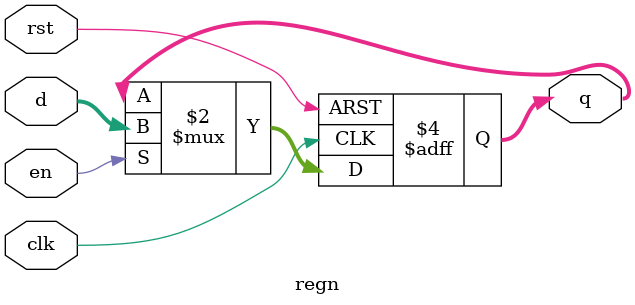
<source format=sv>
module regn #(parameter N = 16) ( // Parameter N defines the bit-width of the register
    input wire clk,               // Clock signal
    input wire rst,               // Reset signal
	input wire en,
    input wire [N-1:0] d,         // Data input
    output reg [N-1:0] q          // Output
);

    // Sequential logic: Triggered on the reset or the rising edge of the clock
    always @(posedge clk or posedge rst) begin
        if (rst) begin
            q <= 0; // Reset the output to 0
        end else if (en) begin
            q <= d; // Load the input value into the register
        end
    end

endmodule

</source>
